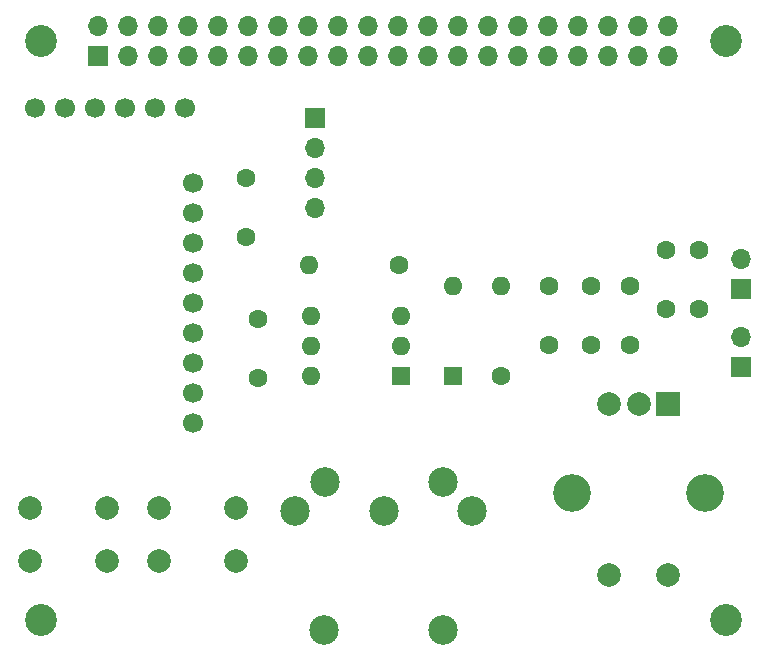
<source format=gbs>
G04 #@! TF.GenerationSoftware,KiCad,Pcbnew,(6.0.5)*
G04 #@! TF.CreationDate,2022-07-27T19:44:20+01:00*
G04 #@! TF.ProjectId,RPi-MiniDexed-IOBoard,5250692d-4d69-46e6-9944-657865642d49,rev?*
G04 #@! TF.SameCoordinates,Original*
G04 #@! TF.FileFunction,Soldermask,Bot*
G04 #@! TF.FilePolarity,Negative*
%FSLAX46Y46*%
G04 Gerber Fmt 4.6, Leading zero omitted, Abs format (unit mm)*
G04 Created by KiCad (PCBNEW (6.0.5)) date 2022-07-27 19:44:20*
%MOMM*%
%LPD*%
G01*
G04 APERTURE LIST*
%ADD10C,1.700000*%
%ADD11C,2.000000*%
%ADD12R,1.700000X1.700000*%
%ADD13O,1.700000X1.700000*%
%ADD14C,1.600000*%
%ADD15C,2.700000*%
%ADD16R,2.000000X2.000000*%
%ADD17C,3.200000*%
%ADD18O,1.600000X1.600000*%
%ADD19R,1.600000X1.600000*%
%ADD20C,2.499360*%
G04 APERTURE END LIST*
D10*
X216371000Y-109533000D03*
X216371000Y-112073000D03*
X216371000Y-114613000D03*
X216371000Y-117153000D03*
X216371000Y-119693000D03*
X216371000Y-122233000D03*
X216371000Y-124773000D03*
X216371000Y-127313000D03*
X216371000Y-129853000D03*
X215736000Y-103183000D03*
X213196000Y-103183000D03*
X210656000Y-103183000D03*
X208116000Y-103183000D03*
X205576000Y-103183000D03*
X203036000Y-103183000D03*
D11*
X220014000Y-137082000D03*
X213514000Y-137082000D03*
X220014000Y-141582000D03*
X213514000Y-141582000D03*
X209092000Y-137082000D03*
X202592000Y-137082000D03*
X209092000Y-141582000D03*
X202592000Y-141582000D03*
D12*
X262738000Y-118509000D03*
D13*
X262738000Y-115969000D03*
X262738000Y-122573000D03*
D12*
X262738000Y-125113000D03*
D14*
X259182000Y-120242000D03*
X259182000Y-115242000D03*
X256388000Y-120242000D03*
X256388000Y-115242000D03*
X253340000Y-118290000D03*
X253340000Y-123290000D03*
D15*
X203500000Y-97500000D03*
X261500000Y-97500000D03*
X203500000Y-146500000D03*
X261500000Y-146500000D03*
D16*
X256602000Y-128272000D03*
D11*
X251602000Y-128272000D03*
X254102000Y-128272000D03*
D17*
X259702000Y-135772000D03*
X248502000Y-135772000D03*
D11*
X251602000Y-142772000D03*
X256602000Y-142772000D03*
D14*
X233782000Y-116472000D03*
D18*
X226162000Y-116472000D03*
D14*
X221844000Y-126084000D03*
X221844000Y-121084000D03*
D19*
X238354000Y-125870000D03*
D18*
X238354000Y-118250000D03*
D14*
X242418000Y-125870000D03*
D18*
X242418000Y-118250000D03*
D14*
X246482000Y-123290000D03*
X246482000Y-118290000D03*
D20*
X237513260Y-147345700D03*
X227510740Y-147345700D03*
X240010080Y-137350800D03*
X232512000Y-137348260D03*
X225013920Y-137350800D03*
X237508180Y-134848900D03*
X227515820Y-134848900D03*
D19*
X234026000Y-125880000D03*
D18*
X234026000Y-123340000D03*
X234026000Y-120800000D03*
X226406000Y-120800000D03*
X226406000Y-123340000D03*
X226406000Y-125880000D03*
D14*
X220828000Y-109146000D03*
X220828000Y-114146000D03*
D12*
X226695000Y-104036000D03*
D13*
X226695000Y-106576000D03*
X226695000Y-109116000D03*
X226695000Y-111656000D03*
D14*
X250038000Y-123290000D03*
X250038000Y-118290000D03*
D12*
X208370000Y-98770000D03*
D13*
X208370000Y-96230000D03*
X210910000Y-98770000D03*
X210910000Y-96230000D03*
X213450000Y-98770000D03*
X213450000Y-96230000D03*
X215990000Y-98770000D03*
X215990000Y-96230000D03*
X218530000Y-98770000D03*
X218530000Y-96230000D03*
X221070000Y-98770000D03*
X221070000Y-96230000D03*
X223610000Y-98770000D03*
X223610000Y-96230000D03*
X226150000Y-98770000D03*
X226150000Y-96230000D03*
X228690000Y-98770000D03*
X228690000Y-96230000D03*
X231230000Y-98770000D03*
X231230000Y-96230000D03*
X233770000Y-98770000D03*
X233770000Y-96230000D03*
X236310000Y-98770000D03*
X236310000Y-96230000D03*
X238850000Y-98770000D03*
X238850000Y-96230000D03*
X241390000Y-98770000D03*
X241390000Y-96230000D03*
X243930000Y-98770000D03*
X243930000Y-96230000D03*
X246470000Y-98770000D03*
X246470000Y-96230000D03*
X249010000Y-98770000D03*
X249010000Y-96230000D03*
X251550000Y-98770000D03*
X251550000Y-96230000D03*
X254090000Y-98770000D03*
X254090000Y-96230000D03*
X256630000Y-98770000D03*
X256630000Y-96230000D03*
M02*

</source>
